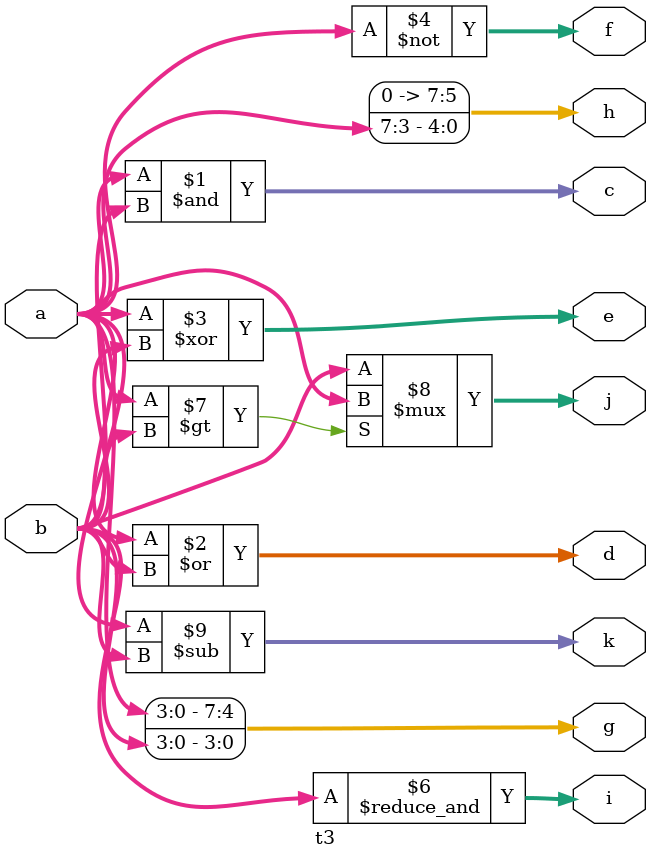
<source format=v>
module t3 (
input [7:0] a,b,
output [7:0] c,d,e,f,g,h,i,j,k
);
    assign c = a & b;
    assign d = a | b;
    assign e = a ^ b;
    assign f = ~a;
    assign g = {a[3:0], b[3:0]};
    assign h = a >> 3;
    assign i = &b;
    assign j = (a > b) ? a : b;
    assign k = a - b;
endmodule

/*
±¾Ìâ¿¼²é¶Ô¸÷Àà²Ù×÷·ûµÄÀí½â¡£¶ÔÓÚÊäÈë a = 8'b0011_0011, b = 8'b0011_0000, ²»ÄÑµÃµ½£º
c = 8'b0011_0000
d = 8'b1111_0011  
e = 8'b1100_1100 
f = 8'b1100_1100  
g = 8'b0011_0000  
h = 8'b0000_0110  
i = 0
j = 8'b1111_0000  
k = 8'b0100_0011
*/
</source>
